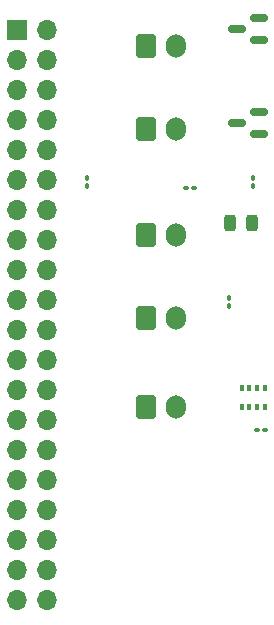
<source format=gts>
G04 #@! TF.GenerationSoftware,KiCad,Pcbnew,8.0.1*
G04 #@! TF.CreationDate,2024-04-25T21:09:41-06:00*
G04 #@! TF.ProjectId,Small_PCB,536d616c-6c5f-4504-9342-2e6b69636164,rev?*
G04 #@! TF.SameCoordinates,Original*
G04 #@! TF.FileFunction,Soldermask,Top*
G04 #@! TF.FilePolarity,Negative*
%FSLAX46Y46*%
G04 Gerber Fmt 4.6, Leading zero omitted, Abs format (unit mm)*
G04 Created by KiCad (PCBNEW 8.0.1) date 2024-04-25 21:09:41*
%MOMM*%
%LPD*%
G01*
G04 APERTURE LIST*
G04 Aperture macros list*
%AMRoundRect*
0 Rectangle with rounded corners*
0 $1 Rounding radius*
0 $2 $3 $4 $5 $6 $7 $8 $9 X,Y pos of 4 corners*
0 Add a 4 corners polygon primitive as box body*
4,1,4,$2,$3,$4,$5,$6,$7,$8,$9,$2,$3,0*
0 Add four circle primitives for the rounded corners*
1,1,$1+$1,$2,$3*
1,1,$1+$1,$4,$5*
1,1,$1+$1,$6,$7*
1,1,$1+$1,$8,$9*
0 Add four rect primitives between the rounded corners*
20,1,$1+$1,$2,$3,$4,$5,0*
20,1,$1+$1,$4,$5,$6,$7,0*
20,1,$1+$1,$6,$7,$8,$9,0*
20,1,$1+$1,$8,$9,$2,$3,0*%
G04 Aperture macros list end*
%ADD10RoundRect,0.250000X-0.600000X-0.750000X0.600000X-0.750000X0.600000X0.750000X-0.600000X0.750000X0*%
%ADD11O,1.700000X2.000000*%
%ADD12RoundRect,0.150000X0.587500X0.150000X-0.587500X0.150000X-0.587500X-0.150000X0.587500X-0.150000X0*%
%ADD13RoundRect,0.100000X-0.100000X0.130000X-0.100000X-0.130000X0.100000X-0.130000X0.100000X0.130000X0*%
%ADD14RoundRect,0.243750X-0.243750X-0.456250X0.243750X-0.456250X0.243750X0.456250X-0.243750X0.456250X0*%
%ADD15RoundRect,0.100000X-0.130000X-0.100000X0.130000X-0.100000X0.130000X0.100000X-0.130000X0.100000X0*%
%ADD16R,0.350000X0.500000*%
%ADD17RoundRect,0.100000X0.100000X-0.130000X0.100000X0.130000X-0.100000X0.130000X-0.100000X-0.130000X0*%
%ADD18R,1.700000X1.700000*%
%ADD19O,1.700000X1.700000*%
G04 APERTURE END LIST*
D10*
X103500000Y-86335000D03*
D11*
X106000000Y-86335000D03*
D10*
X103500000Y-100835000D03*
D11*
X106000000Y-100835000D03*
D12*
X113000000Y-69835000D03*
X113000000Y-67935000D03*
X111125000Y-68885000D03*
D13*
X112500000Y-81515000D03*
X112500000Y-82155000D03*
D14*
X110562500Y-85335000D03*
X112437500Y-85335000D03*
D15*
X112860000Y-102835000D03*
X113500000Y-102835000D03*
D10*
X103500000Y-93335000D03*
D11*
X106000000Y-93335000D03*
D16*
X111550000Y-99235000D03*
X112200000Y-99235000D03*
X112850000Y-99235000D03*
X113500000Y-99235000D03*
X113500000Y-100835000D03*
X112850000Y-100835000D03*
X112200000Y-100835000D03*
X111550000Y-100835000D03*
D10*
X103500000Y-77335000D03*
D11*
X106000000Y-77335000D03*
D17*
X98500000Y-82155000D03*
X98500000Y-81515000D03*
D12*
X113000000Y-77785000D03*
X113000000Y-75885000D03*
X111125000Y-76835000D03*
D13*
X110500000Y-91670000D03*
X110500000Y-92310000D03*
D10*
X103500000Y-70335000D03*
D11*
X106000000Y-70335000D03*
D15*
X106860000Y-82335000D03*
X107500000Y-82335000D03*
D18*
X92500000Y-68960000D03*
D19*
X95040000Y-68960000D03*
X92500000Y-71500000D03*
X95040000Y-71500000D03*
X92500000Y-74040000D03*
X95040000Y-74040000D03*
X92500000Y-76580000D03*
X95040000Y-76580000D03*
X92500000Y-79120000D03*
X95040000Y-79120000D03*
X92500000Y-81660000D03*
X95040000Y-81660000D03*
X92500000Y-84200000D03*
X95040000Y-84200000D03*
X92500000Y-86740000D03*
X95040000Y-86740000D03*
X92500000Y-89280000D03*
X95040000Y-89280000D03*
X92500000Y-91820000D03*
X95040000Y-91820000D03*
X92500000Y-94360000D03*
X95040000Y-94360000D03*
X92500000Y-96900000D03*
X95040000Y-96900000D03*
X92500000Y-99440000D03*
X95040000Y-99440000D03*
X92500000Y-101980000D03*
X95040000Y-101980000D03*
X92500000Y-104520000D03*
X95040000Y-104520000D03*
X92500000Y-107060000D03*
X95040000Y-107060000D03*
X92500000Y-109600000D03*
X95040000Y-109600000D03*
X92500000Y-112140000D03*
X95040000Y-112140000D03*
X92500000Y-114680000D03*
X95040000Y-114680000D03*
X92500000Y-117220000D03*
X95040000Y-117220000D03*
M02*

</source>
